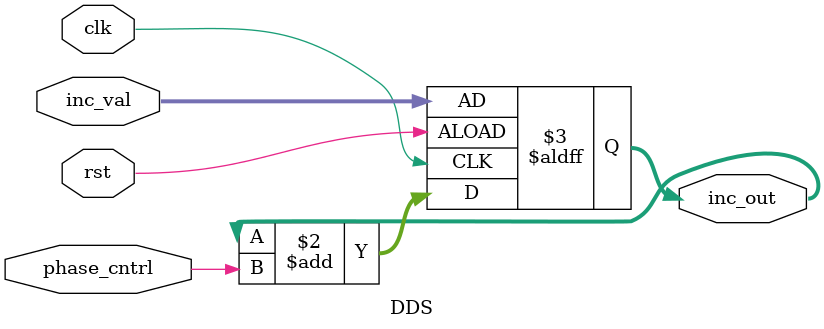
<source format=v>
module DDS(input clk,input rst,input phase_cntrl, input [7:0] inc_val, output reg [7:0] inc_out);
    always @(posedge clk or posedge rst) begin
        if (rst) inc_out <= inc_val;
        else inc_out <= inc_out + phase_cntrl;
    end
endmodule
</source>
